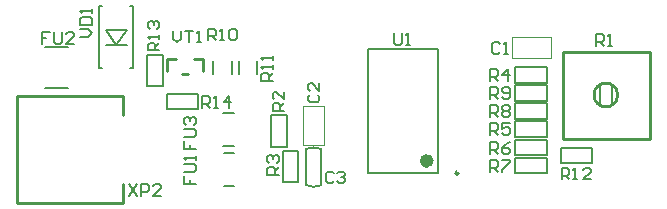
<source format=gto>
G04 Layer_Color=65535*
%FSLAX24Y24*%
%MOIN*%
G70*
G01*
G75*
%ADD10C,0.0079*%
%ADD26C,0.0236*%
%ADD35C,0.0070*%
%ADD36C,0.0098*%
%ADD37C,0.0100*%
%ADD38C,0.0050*%
%ADD39C,0.0039*%
D10*
X42726Y30463D02*
X43081D01*
X42726Y31565D02*
X43081D01*
X36772Y33760D02*
X37559D01*
X36772Y32421D02*
X37559D01*
X39715Y33061D02*
Y35148D01*
X38573Y33061D02*
Y35148D01*
X39606Y33061D02*
X39715D01*
X38573D02*
X38681D01*
X39606Y35148D02*
X39715D01*
X38573D02*
X38681D01*
X42736Y29154D02*
X43091D01*
X42736Y30256D02*
X43091D01*
X42372Y32864D02*
Y33297D01*
X43002Y32864D02*
Y33297D01*
X43228Y32864D02*
Y33297D01*
X43858Y32864D02*
Y33297D01*
X49892Y29587D02*
Y33720D01*
X47530Y29587D02*
Y33720D01*
Y29587D02*
X49892D01*
X47530Y33720D02*
X49892D01*
X51945Y33881D02*
X51880Y33947D01*
X51749D01*
X51683Y33881D01*
Y33619D01*
X51749Y33553D01*
X51880D01*
X51945Y33619D01*
X52077Y33553D02*
X52208D01*
X52142D01*
Y33947D01*
X52077Y33881D01*
X45597Y32192D02*
X45532Y32126D01*
Y31995D01*
X45597Y31929D01*
X45860D01*
X45925Y31995D01*
Y32126D01*
X45860Y32192D01*
X45925Y32585D02*
Y32323D01*
X45663Y32585D01*
X45597D01*
X45532Y32520D01*
Y32388D01*
X45597Y32323D01*
X46394Y29560D02*
X46329Y29626D01*
X46197D01*
X46132Y29560D01*
Y29298D01*
X46197Y29232D01*
X46329D01*
X46394Y29298D01*
X46525Y29560D02*
X46591Y29626D01*
X46722D01*
X46788Y29560D01*
Y29495D01*
X46722Y29429D01*
X46657D01*
X46722D01*
X46788Y29363D01*
Y29298D01*
X46722Y29232D01*
X46591D01*
X46525Y29298D01*
X41417Y29475D02*
Y29213D01*
X41614D01*
Y29344D01*
Y29213D01*
X41811D01*
X41417Y29606D02*
X41745D01*
X41811Y29672D01*
Y29803D01*
X41745Y29869D01*
X41417D01*
X41811Y30000D02*
Y30131D01*
Y30065D01*
X41417D01*
X41483Y30000D01*
X36945Y34272D02*
X36683D01*
Y34075D01*
X36814D01*
X36683D01*
Y33878D01*
X37077Y34272D02*
Y33944D01*
X37142Y33878D01*
X37273D01*
X37339Y33944D01*
Y34272D01*
X37733Y33878D02*
X37470D01*
X37733Y34140D01*
Y34206D01*
X37667Y34272D01*
X37536D01*
X37470Y34206D01*
X41417Y30646D02*
Y30384D01*
X41614D01*
Y30515D01*
Y30384D01*
X41811D01*
X41417Y30777D02*
X41745D01*
X41811Y30843D01*
Y30974D01*
X41745Y31040D01*
X41417D01*
X41483Y31171D02*
X41417Y31237D01*
Y31368D01*
X41483Y31433D01*
X41549D01*
X41614Y31368D01*
Y31302D01*
Y31368D01*
X41680Y31433D01*
X41745D01*
X41811Y31368D01*
Y31237D01*
X41745Y31171D01*
X55138Y33809D02*
Y34203D01*
X55335D01*
X55400Y34137D01*
Y34006D01*
X55335Y33940D01*
X55138D01*
X55269D02*
X55400Y33809D01*
X55531D02*
X55663D01*
X55597D01*
Y34203D01*
X55531Y34137D01*
X44754Y31634D02*
X44360D01*
Y31831D01*
X44426Y31896D01*
X44557D01*
X44623Y31831D01*
Y31634D01*
Y31765D02*
X44754Y31896D01*
Y32290D02*
Y32027D01*
X44492Y32290D01*
X44426D01*
X44360Y32224D01*
Y32093D01*
X44426Y32027D01*
X44577Y29508D02*
X44183D01*
Y29705D01*
X44249Y29770D01*
X44380D01*
X44446Y29705D01*
Y29508D01*
Y29639D02*
X44577Y29770D01*
X44249Y29901D02*
X44183Y29967D01*
Y30098D01*
X44249Y30164D01*
X44314D01*
X44380Y30098D01*
Y30033D01*
Y30098D01*
X44446Y30164D01*
X44511D01*
X44577Y30098D01*
Y29967D01*
X44511Y29901D01*
X51604Y32648D02*
Y33041D01*
X51801D01*
X51867Y32976D01*
Y32844D01*
X51801Y32779D01*
X51604D01*
X51736D02*
X51867Y32648D01*
X52195D02*
Y33041D01*
X51998Y32844D01*
X52260D01*
X51604Y30837D02*
Y31230D01*
X51801D01*
X51867Y31165D01*
Y31033D01*
X51801Y30968D01*
X51604D01*
X51736D02*
X51867Y30837D01*
X52260Y31230D02*
X51998D01*
Y31033D01*
X52129Y31099D01*
X52195D01*
X52260Y31033D01*
Y30902D01*
X52195Y30837D01*
X52063D01*
X51998Y30902D01*
X51604Y30217D02*
Y30610D01*
X51801D01*
X51867Y30545D01*
Y30413D01*
X51801Y30348D01*
X51604D01*
X51736D02*
X51867Y30217D01*
X52260Y30610D02*
X52129Y30545D01*
X51998Y30413D01*
Y30282D01*
X52063Y30217D01*
X52195D01*
X52260Y30282D01*
Y30348D01*
X52195Y30413D01*
X51998D01*
X51614Y29616D02*
Y30010D01*
X51811D01*
X51877Y29944D01*
Y29813D01*
X51811Y29747D01*
X51614D01*
X51745D02*
X51877Y29616D01*
X52008Y30010D02*
X52270D01*
Y29944D01*
X52008Y29682D01*
Y29616D01*
X51604Y31447D02*
Y31840D01*
X51801D01*
X51867Y31775D01*
Y31644D01*
X51801Y31578D01*
X51604D01*
X51736D02*
X51867Y31447D01*
X51998Y31775D02*
X52063Y31840D01*
X52195D01*
X52260Y31775D01*
Y31709D01*
X52195Y31644D01*
X52260Y31578D01*
Y31512D01*
X52195Y31447D01*
X52063D01*
X51998Y31512D01*
Y31578D01*
X52063Y31644D01*
X51998Y31709D01*
Y31775D01*
X52063Y31644D02*
X52195D01*
X51604Y32047D02*
Y32441D01*
X51801D01*
X51867Y32375D01*
Y32244D01*
X51801Y32178D01*
X51604D01*
X51736D02*
X51867Y32047D01*
X51998Y32113D02*
X52063Y32047D01*
X52195D01*
X52260Y32113D01*
Y32375D01*
X52195Y32441D01*
X52063D01*
X51998Y32375D01*
Y32310D01*
X52063Y32244D01*
X52260D01*
X42205Y33996D02*
Y34390D01*
X42402D01*
X42467Y34324D01*
Y34193D01*
X42402Y34127D01*
X42205D01*
X42336D02*
X42467Y33996D01*
X42598D02*
X42729D01*
X42664D01*
Y34390D01*
X42598Y34324D01*
X42926D02*
X42992Y34390D01*
X43123D01*
X43189Y34324D01*
Y34062D01*
X43123Y33996D01*
X42992D01*
X42926Y34062D01*
Y34324D01*
X44360Y32638D02*
X43967D01*
Y32835D01*
X44032Y32900D01*
X44163D01*
X44229Y32835D01*
Y32638D01*
Y32769D02*
X44360Y32900D01*
Y33031D02*
Y33163D01*
Y33097D01*
X43967D01*
X44032Y33031D01*
X44360Y33359D02*
Y33491D01*
Y33425D01*
X43967D01*
X44032Y33359D01*
X53996Y29360D02*
Y29754D01*
X54193D01*
X54258Y29688D01*
Y29557D01*
X54193Y29491D01*
X53996D01*
X54127D02*
X54258Y29360D01*
X54390D02*
X54521D01*
X54455D01*
Y29754D01*
X54390Y29688D01*
X54980Y29360D02*
X54718D01*
X54980Y29623D01*
Y29688D01*
X54914Y29754D01*
X54783D01*
X54718Y29688D01*
X40591Y33661D02*
X40197D01*
Y33858D01*
X40263Y33924D01*
X40394D01*
X40459Y33858D01*
Y33661D01*
Y33793D02*
X40591Y33924D01*
Y34055D02*
Y34186D01*
Y34121D01*
X40197D01*
X40263Y34055D01*
Y34383D02*
X40197Y34449D01*
Y34580D01*
X40263Y34645D01*
X40328D01*
X40394Y34580D01*
Y34514D01*
Y34580D01*
X40459Y34645D01*
X40525D01*
X40591Y34580D01*
Y34449D01*
X40525Y34383D01*
X42008Y31752D02*
Y32146D01*
X42205D01*
X42270Y32080D01*
Y31949D01*
X42205Y31883D01*
X42008D01*
X42139D02*
X42270Y31752D01*
X42401D02*
X42533D01*
X42467D01*
Y32146D01*
X42401Y32080D01*
X42926Y31752D02*
Y32146D01*
X42729Y31949D01*
X42992D01*
X48425Y34252D02*
Y33924D01*
X48491Y33858D01*
X48622D01*
X48687Y33924D01*
Y34252D01*
X48819Y33858D02*
X48950D01*
X48884D01*
Y34252D01*
X48819Y34186D01*
X37943Y34114D02*
X38205D01*
X38337Y34245D01*
X38205Y34377D01*
X37943D01*
Y34508D02*
X38337D01*
Y34705D01*
X38271Y34770D01*
X38009D01*
X37943Y34705D01*
Y34508D01*
X38337Y34901D02*
Y35033D01*
Y34967D01*
X37943D01*
X38009Y34901D01*
X41043Y34321D02*
Y34058D01*
X41175Y33927D01*
X41306Y34058D01*
Y34321D01*
X41437D02*
X41699D01*
X41568D01*
Y33927D01*
X41830D02*
X41962D01*
X41896D01*
Y34321D01*
X41830Y34255D01*
X39587Y29212D02*
X39849Y28819D01*
Y29212D02*
X39587Y28819D01*
X39980D02*
Y29212D01*
X40177D01*
X40243Y29147D01*
Y29016D01*
X40177Y28950D01*
X39980D01*
X40636Y28819D02*
X40374D01*
X40636Y29081D01*
Y29147D01*
X40571Y29212D01*
X40439D01*
X40374Y29147D01*
D26*
X49616Y29980D02*
G03*
X49616Y29980I-118J0D01*
G01*
D35*
X45983Y30378D02*
G03*
X45473Y30377I-255J-609D01*
G01*
Y29171D02*
G03*
X45983Y29170I256J608D01*
G01*
X40827Y31703D02*
X41870D01*
X40827Y32215D02*
X41870D01*
X40827Y31703D02*
Y32215D01*
X41870Y31703D02*
Y32215D01*
X40699Y32461D02*
Y33504D01*
X40187Y32461D02*
Y33504D01*
Y32461D02*
X40699D01*
X40187Y33504D02*
X40699D01*
X45472Y29173D02*
Y30374D01*
X45983Y29174D02*
Y30374D01*
X53976Y29911D02*
X55020D01*
X53976Y30423D02*
X55020D01*
X53976Y29911D02*
Y30423D01*
X55020Y29911D02*
Y30423D01*
X52451Y33100D02*
X53494D01*
X52451Y32589D02*
X53494D01*
Y33100D01*
X52451Y32589D02*
Y33100D01*
Y31299D02*
X53494D01*
X52451Y30787D02*
X53494D01*
Y31299D01*
X52451Y30787D02*
Y31299D01*
X52451Y30689D02*
X53494D01*
X52451Y30177D02*
X53494D01*
Y30689D01*
X52451Y30177D02*
Y30689D01*
Y30079D02*
X53494D01*
X52451Y29567D02*
X53494D01*
Y30079D01*
X52451Y29567D02*
Y30079D01*
X52451Y31900D02*
X53494D01*
X52451Y31388D02*
X53494D01*
Y31900D01*
X52451Y31388D02*
Y31900D01*
Y32500D02*
X53494D01*
X52451Y31988D02*
X53494D01*
Y32500D01*
X52451Y31988D02*
Y32500D01*
X44321Y30453D02*
Y31496D01*
X44833Y30453D02*
Y31496D01*
X44321D02*
X44833D01*
X44321Y30453D02*
X44833D01*
X44715Y29281D02*
Y30325D01*
X45226Y29281D02*
Y30325D01*
X44715D02*
X45226D01*
X44715Y29281D02*
X45226D01*
D36*
X50551Y29569D02*
G03*
X50551Y29569I-49J0D01*
G01*
D37*
X55866Y32177D02*
G03*
X55866Y32177I-394J0D01*
G01*
X35856Y28593D02*
Y32136D01*
X39360Y31506D02*
Y32136D01*
Y28593D02*
Y29222D01*
X35856Y32136D02*
X39360D01*
X35856Y28593D02*
X39360D01*
X40843Y33382D02*
X41143D01*
X42043Y32982D02*
Y33382D01*
X41743D02*
X42043D01*
X41343Y32882D02*
X41543D01*
X40843Y32982D02*
Y33382D01*
X54048Y30721D02*
Y33601D01*
Y30721D02*
X56928D01*
Y33601D01*
X54048D02*
X56928D01*
D38*
X39144Y33854D02*
X39494Y34354D01*
X38794D02*
X39144Y33854D01*
X38794D02*
X39494D01*
X38794Y34354D02*
X39494D01*
X55276Y31872D02*
Y32463D01*
X55669Y31872D02*
Y32463D01*
D39*
X45374Y31811D02*
X46083D01*
X45374Y30512D02*
X46083D01*
Y31811D01*
X45374Y30512D02*
Y31811D01*
X53652Y33406D02*
Y34114D01*
X52352Y33406D02*
Y34114D01*
Y33406D02*
X53652D01*
X52352Y34114D02*
X53652D01*
M02*

</source>
